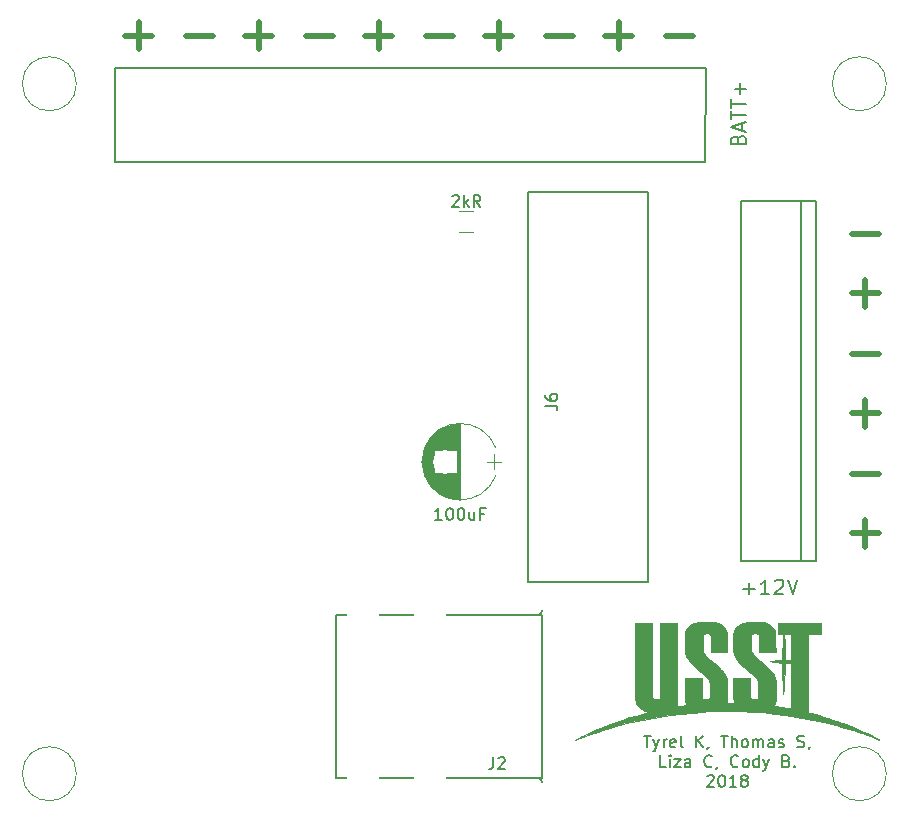
<source format=gbr>
G04 #@! TF.FileFunction,Legend,Top*
%FSLAX46Y46*%
G04 Gerber Fmt 4.6, Leading zero omitted, Abs format (unit mm)*
G04 Created by KiCad (PCBNEW 4.0.7) date 05/16/18 04:16:24*
%MOMM*%
%LPD*%
G01*
G04 APERTURE LIST*
%ADD10C,0.100000*%
%ADD11C,0.170000*%
%ADD12C,0.500000*%
%ADD13C,0.120000*%
%ADD14C,0.010000*%
%ADD15C,0.150000*%
%ADD16C,0.200000*%
%ADD17C,3.600000*%
%ADD18R,2.000000X2.000000*%
%ADD19C,2.000000*%
%ADD20C,2.800000*%
%ADD21C,1.400000*%
%ADD22R,3.400000X3.400000*%
%ADD23C,3.400000*%
%ADD24C,3.200000*%
%ADD25R,1.400000X1.924000*%
%ADD26R,1.900000X1.700000*%
G04 APERTURE END LIST*
D10*
D11*
X139232571Y-126306381D02*
X139804000Y-126306381D01*
X139518285Y-127306381D02*
X139518285Y-126306381D01*
X140042095Y-126639714D02*
X140280190Y-127306381D01*
X140518286Y-126639714D02*
X140280190Y-127306381D01*
X140184952Y-127544476D01*
X140137333Y-127592095D01*
X140042095Y-127639714D01*
X140899238Y-127306381D02*
X140899238Y-126639714D01*
X140899238Y-126830190D02*
X140946857Y-126734952D01*
X140994476Y-126687333D01*
X141089714Y-126639714D01*
X141184953Y-126639714D01*
X141899239Y-127258762D02*
X141804001Y-127306381D01*
X141613524Y-127306381D01*
X141518286Y-127258762D01*
X141470667Y-127163524D01*
X141470667Y-126782571D01*
X141518286Y-126687333D01*
X141613524Y-126639714D01*
X141804001Y-126639714D01*
X141899239Y-126687333D01*
X141946858Y-126782571D01*
X141946858Y-126877810D01*
X141470667Y-126973048D01*
X142518286Y-127306381D02*
X142423048Y-127258762D01*
X142375429Y-127163524D01*
X142375429Y-126306381D01*
X143661144Y-127306381D02*
X143661144Y-126306381D01*
X144232573Y-127306381D02*
X143804001Y-126734952D01*
X144232573Y-126306381D02*
X143661144Y-126877810D01*
X144708763Y-127258762D02*
X144708763Y-127306381D01*
X144661144Y-127401619D01*
X144613525Y-127449238D01*
X145756382Y-126306381D02*
X146327811Y-126306381D01*
X146042096Y-127306381D02*
X146042096Y-126306381D01*
X146661144Y-127306381D02*
X146661144Y-126306381D01*
X147089716Y-127306381D02*
X147089716Y-126782571D01*
X147042097Y-126687333D01*
X146946859Y-126639714D01*
X146804001Y-126639714D01*
X146708763Y-126687333D01*
X146661144Y-126734952D01*
X147708763Y-127306381D02*
X147613525Y-127258762D01*
X147565906Y-127211143D01*
X147518287Y-127115905D01*
X147518287Y-126830190D01*
X147565906Y-126734952D01*
X147613525Y-126687333D01*
X147708763Y-126639714D01*
X147851621Y-126639714D01*
X147946859Y-126687333D01*
X147994478Y-126734952D01*
X148042097Y-126830190D01*
X148042097Y-127115905D01*
X147994478Y-127211143D01*
X147946859Y-127258762D01*
X147851621Y-127306381D01*
X147708763Y-127306381D01*
X148470668Y-127306381D02*
X148470668Y-126639714D01*
X148470668Y-126734952D02*
X148518287Y-126687333D01*
X148613525Y-126639714D01*
X148756383Y-126639714D01*
X148851621Y-126687333D01*
X148899240Y-126782571D01*
X148899240Y-127306381D01*
X148899240Y-126782571D02*
X148946859Y-126687333D01*
X149042097Y-126639714D01*
X149184954Y-126639714D01*
X149280192Y-126687333D01*
X149327811Y-126782571D01*
X149327811Y-127306381D01*
X150232573Y-127306381D02*
X150232573Y-126782571D01*
X150184954Y-126687333D01*
X150089716Y-126639714D01*
X149899239Y-126639714D01*
X149804001Y-126687333D01*
X150232573Y-127258762D02*
X150137335Y-127306381D01*
X149899239Y-127306381D01*
X149804001Y-127258762D01*
X149756382Y-127163524D01*
X149756382Y-127068286D01*
X149804001Y-126973048D01*
X149899239Y-126925429D01*
X150137335Y-126925429D01*
X150232573Y-126877810D01*
X150661144Y-127258762D02*
X150756382Y-127306381D01*
X150946858Y-127306381D01*
X151042097Y-127258762D01*
X151089716Y-127163524D01*
X151089716Y-127115905D01*
X151042097Y-127020667D01*
X150946858Y-126973048D01*
X150804001Y-126973048D01*
X150708763Y-126925429D01*
X150661144Y-126830190D01*
X150661144Y-126782571D01*
X150708763Y-126687333D01*
X150804001Y-126639714D01*
X150946858Y-126639714D01*
X151042097Y-126687333D01*
X152232573Y-127258762D02*
X152375430Y-127306381D01*
X152613526Y-127306381D01*
X152708764Y-127258762D01*
X152756383Y-127211143D01*
X152804002Y-127115905D01*
X152804002Y-127020667D01*
X152756383Y-126925429D01*
X152708764Y-126877810D01*
X152613526Y-126830190D01*
X152423049Y-126782571D01*
X152327811Y-126734952D01*
X152280192Y-126687333D01*
X152232573Y-126592095D01*
X152232573Y-126496857D01*
X152280192Y-126401619D01*
X152327811Y-126354000D01*
X152423049Y-126306381D01*
X152661145Y-126306381D01*
X152804002Y-126354000D01*
X153280192Y-127258762D02*
X153280192Y-127306381D01*
X153232573Y-127401619D01*
X153184954Y-127449238D01*
X141113524Y-128976381D02*
X140637333Y-128976381D01*
X140637333Y-127976381D01*
X141446857Y-128976381D02*
X141446857Y-128309714D01*
X141446857Y-127976381D02*
X141399238Y-128024000D01*
X141446857Y-128071619D01*
X141494476Y-128024000D01*
X141446857Y-127976381D01*
X141446857Y-128071619D01*
X141827809Y-128309714D02*
X142351619Y-128309714D01*
X141827809Y-128976381D01*
X142351619Y-128976381D01*
X143161143Y-128976381D02*
X143161143Y-128452571D01*
X143113524Y-128357333D01*
X143018286Y-128309714D01*
X142827809Y-128309714D01*
X142732571Y-128357333D01*
X143161143Y-128928762D02*
X143065905Y-128976381D01*
X142827809Y-128976381D01*
X142732571Y-128928762D01*
X142684952Y-128833524D01*
X142684952Y-128738286D01*
X142732571Y-128643048D01*
X142827809Y-128595429D01*
X143065905Y-128595429D01*
X143161143Y-128547810D01*
X144970667Y-128881143D02*
X144923048Y-128928762D01*
X144780191Y-128976381D01*
X144684953Y-128976381D01*
X144542095Y-128928762D01*
X144446857Y-128833524D01*
X144399238Y-128738286D01*
X144351619Y-128547810D01*
X144351619Y-128404952D01*
X144399238Y-128214476D01*
X144446857Y-128119238D01*
X144542095Y-128024000D01*
X144684953Y-127976381D01*
X144780191Y-127976381D01*
X144923048Y-128024000D01*
X144970667Y-128071619D01*
X145446857Y-128928762D02*
X145446857Y-128976381D01*
X145399238Y-129071619D01*
X145351619Y-129119238D01*
X147208762Y-128881143D02*
X147161143Y-128928762D01*
X147018286Y-128976381D01*
X146923048Y-128976381D01*
X146780190Y-128928762D01*
X146684952Y-128833524D01*
X146637333Y-128738286D01*
X146589714Y-128547810D01*
X146589714Y-128404952D01*
X146637333Y-128214476D01*
X146684952Y-128119238D01*
X146780190Y-128024000D01*
X146923048Y-127976381D01*
X147018286Y-127976381D01*
X147161143Y-128024000D01*
X147208762Y-128071619D01*
X147780190Y-128976381D02*
X147684952Y-128928762D01*
X147637333Y-128881143D01*
X147589714Y-128785905D01*
X147589714Y-128500190D01*
X147637333Y-128404952D01*
X147684952Y-128357333D01*
X147780190Y-128309714D01*
X147923048Y-128309714D01*
X148018286Y-128357333D01*
X148065905Y-128404952D01*
X148113524Y-128500190D01*
X148113524Y-128785905D01*
X148065905Y-128881143D01*
X148018286Y-128928762D01*
X147923048Y-128976381D01*
X147780190Y-128976381D01*
X148970667Y-128976381D02*
X148970667Y-127976381D01*
X148970667Y-128928762D02*
X148875429Y-128976381D01*
X148684952Y-128976381D01*
X148589714Y-128928762D01*
X148542095Y-128881143D01*
X148494476Y-128785905D01*
X148494476Y-128500190D01*
X148542095Y-128404952D01*
X148589714Y-128357333D01*
X148684952Y-128309714D01*
X148875429Y-128309714D01*
X148970667Y-128357333D01*
X149351619Y-128309714D02*
X149589714Y-128976381D01*
X149827810Y-128309714D02*
X149589714Y-128976381D01*
X149494476Y-129214476D01*
X149446857Y-129262095D01*
X149351619Y-129309714D01*
X151304001Y-128452571D02*
X151446858Y-128500190D01*
X151494477Y-128547810D01*
X151542096Y-128643048D01*
X151542096Y-128785905D01*
X151494477Y-128881143D01*
X151446858Y-128928762D01*
X151351620Y-128976381D01*
X150970667Y-128976381D01*
X150970667Y-127976381D01*
X151304001Y-127976381D01*
X151399239Y-128024000D01*
X151446858Y-128071619D01*
X151494477Y-128166857D01*
X151494477Y-128262095D01*
X151446858Y-128357333D01*
X151399239Y-128404952D01*
X151304001Y-128452571D01*
X150970667Y-128452571D01*
X151970667Y-128881143D02*
X152018286Y-128928762D01*
X151970667Y-128976381D01*
X151923048Y-128928762D01*
X151970667Y-128881143D01*
X151970667Y-128976381D01*
X144589714Y-129741619D02*
X144637333Y-129694000D01*
X144732571Y-129646381D01*
X144970667Y-129646381D01*
X145065905Y-129694000D01*
X145113524Y-129741619D01*
X145161143Y-129836857D01*
X145161143Y-129932095D01*
X145113524Y-130074952D01*
X144542095Y-130646381D01*
X145161143Y-130646381D01*
X145780190Y-129646381D02*
X145875429Y-129646381D01*
X145970667Y-129694000D01*
X146018286Y-129741619D01*
X146065905Y-129836857D01*
X146113524Y-130027333D01*
X146113524Y-130265429D01*
X146065905Y-130455905D01*
X146018286Y-130551143D01*
X145970667Y-130598762D01*
X145875429Y-130646381D01*
X145780190Y-130646381D01*
X145684952Y-130598762D01*
X145637333Y-130551143D01*
X145589714Y-130455905D01*
X145542095Y-130265429D01*
X145542095Y-130027333D01*
X145589714Y-129836857D01*
X145637333Y-129741619D01*
X145684952Y-129694000D01*
X145780190Y-129646381D01*
X147065905Y-130646381D02*
X146494476Y-130646381D01*
X146780190Y-130646381D02*
X146780190Y-129646381D01*
X146684952Y-129789238D01*
X146589714Y-129884476D01*
X146494476Y-129932095D01*
X147637333Y-130074952D02*
X147542095Y-130027333D01*
X147494476Y-129979714D01*
X147446857Y-129884476D01*
X147446857Y-129836857D01*
X147494476Y-129741619D01*
X147542095Y-129694000D01*
X147637333Y-129646381D01*
X147827810Y-129646381D01*
X147923048Y-129694000D01*
X147970667Y-129741619D01*
X148018286Y-129836857D01*
X148018286Y-129884476D01*
X147970667Y-129979714D01*
X147923048Y-130027333D01*
X147827810Y-130074952D01*
X147637333Y-130074952D01*
X147542095Y-130122571D01*
X147494476Y-130170190D01*
X147446857Y-130265429D01*
X147446857Y-130455905D01*
X147494476Y-130551143D01*
X147542095Y-130598762D01*
X147637333Y-130646381D01*
X147827810Y-130646381D01*
X147923048Y-130598762D01*
X147970667Y-130551143D01*
X148018286Y-130455905D01*
X148018286Y-130265429D01*
X147970667Y-130170190D01*
X147923048Y-130122571D01*
X147827810Y-130074952D01*
D12*
X96480286Y-65913143D02*
X96480286Y-68198857D01*
X97623143Y-67056000D02*
X95337429Y-67056000D01*
X100457143Y-67055714D02*
X102742857Y-67055714D01*
X106640286Y-65913143D02*
X106640286Y-68198857D01*
X107783143Y-67056000D02*
X105497429Y-67056000D01*
X141097143Y-67055714D02*
X143382857Y-67055714D01*
X120777143Y-67055714D02*
X123062857Y-67055714D01*
X130937143Y-67055714D02*
X133222857Y-67055714D01*
X137120286Y-65913143D02*
X137120286Y-68198857D01*
X138263143Y-67056000D02*
X135977429Y-67056000D01*
X126960286Y-65913143D02*
X126960286Y-68198857D01*
X128103143Y-67056000D02*
X125817429Y-67056000D01*
X110617143Y-67055714D02*
X112902857Y-67055714D01*
X116800286Y-65913143D02*
X116800286Y-68198857D01*
X117943143Y-67056000D02*
X115657429Y-67056000D01*
X159130857Y-83820286D02*
X156845143Y-83820286D01*
X159130857Y-93980286D02*
X156845143Y-93980286D01*
X159130857Y-104140286D02*
X156845143Y-104140286D01*
X159130857Y-109180286D02*
X156845143Y-109180286D01*
X157988000Y-110323143D02*
X157988000Y-108037429D01*
X159130857Y-99020286D02*
X156845143Y-99020286D01*
X157988000Y-100163143D02*
X157988000Y-97877429D01*
X159130857Y-88860286D02*
X156845143Y-88860286D01*
X157988000Y-90003143D02*
X157988000Y-87717429D01*
D13*
X91186000Y-129540000D02*
G75*
G03X91186000Y-129540000I-2286000J0D01*
G01*
X91186000Y-71120000D02*
G75*
G03X91186000Y-71120000I-2286000J0D01*
G01*
X159766000Y-129540000D02*
G75*
G03X159766000Y-129540000I-2286000J0D01*
G01*
D14*
G36*
X144623861Y-116665918D02*
X144773238Y-116670198D01*
X144902197Y-116676541D01*
X145015675Y-116685496D01*
X145118609Y-116697610D01*
X145215934Y-116713430D01*
X145312588Y-116733503D01*
X145380073Y-116749767D01*
X145558338Y-116804100D01*
X145715329Y-116871876D01*
X145851583Y-116953518D01*
X145967634Y-117049452D01*
X146064019Y-117160101D01*
X146141274Y-117285890D01*
X146185861Y-117387419D01*
X146201393Y-117429898D01*
X146214778Y-117470099D01*
X146226176Y-117510224D01*
X146235744Y-117552476D01*
X146243643Y-117599054D01*
X146250031Y-117652161D01*
X146255067Y-117713997D01*
X146258911Y-117786765D01*
X146261722Y-117872665D01*
X146263658Y-117973900D01*
X146264879Y-118092669D01*
X146265544Y-118231176D01*
X146265812Y-118391621D01*
X146265848Y-118494175D01*
X146265900Y-119253000D01*
X144894300Y-119253000D01*
X144894300Y-118544490D01*
X144894299Y-117835981D01*
X144865725Y-117779315D01*
X144825936Y-117728127D01*
X144765739Y-117690129D01*
X144686691Y-117665759D01*
X144590349Y-117655451D01*
X144478271Y-117659644D01*
X144449822Y-117662780D01*
X144370394Y-117675974D01*
X144311349Y-117694632D01*
X144267865Y-117721068D01*
X144235121Y-117757594D01*
X144227550Y-117769397D01*
X144221837Y-117779702D01*
X144217052Y-117791497D01*
X144213111Y-117806986D01*
X144209933Y-117828372D01*
X144207436Y-117857857D01*
X144205539Y-117897644D01*
X144204158Y-117949936D01*
X144203213Y-118016936D01*
X144202622Y-118100846D01*
X144202302Y-118203870D01*
X144202172Y-118328211D01*
X144202150Y-118452900D01*
X144202186Y-118605291D01*
X144202456Y-118734619D01*
X144203199Y-118843217D01*
X144204654Y-118933423D01*
X144207059Y-119007571D01*
X144210655Y-119067997D01*
X144215681Y-119117037D01*
X144222376Y-119157027D01*
X144230980Y-119190302D01*
X144241730Y-119219197D01*
X144254868Y-119246049D01*
X144270632Y-119273193D01*
X144289239Y-119302929D01*
X144311739Y-119337249D01*
X144335924Y-119371081D01*
X144363267Y-119405845D01*
X144395242Y-119442959D01*
X144433321Y-119483845D01*
X144478979Y-119529922D01*
X144533687Y-119582609D01*
X144598920Y-119643328D01*
X144676151Y-119713496D01*
X144766853Y-119794534D01*
X144872498Y-119887863D01*
X144994561Y-119994901D01*
X145129250Y-120112479D01*
X145300895Y-120263852D01*
X145453200Y-120402087D01*
X145587564Y-120528711D01*
X145705385Y-120645250D01*
X145808061Y-120753232D01*
X145896991Y-120854184D01*
X145973573Y-120949633D01*
X146039206Y-121041107D01*
X146095289Y-121130131D01*
X146143219Y-121218233D01*
X146144856Y-121221500D01*
X146179427Y-121294424D01*
X146209337Y-121366705D01*
X146234866Y-121440659D01*
X146256296Y-121518600D01*
X146273907Y-121602842D01*
X146287978Y-121695702D01*
X146298791Y-121799493D01*
X146306626Y-121916531D01*
X146311763Y-122049130D01*
X146314484Y-122199606D01*
X146315067Y-122370273D01*
X146313795Y-122563445D01*
X146313268Y-122611462D01*
X146311253Y-122761539D01*
X146308849Y-122889028D01*
X146305831Y-122996744D01*
X146301976Y-123087500D01*
X146297058Y-123164108D01*
X146290853Y-123229381D01*
X146283138Y-123286132D01*
X146273687Y-123337175D01*
X146262278Y-123385322D01*
X146248684Y-123433385D01*
X146247393Y-123437650D01*
X146236405Y-123475378D01*
X146229343Y-123502724D01*
X146227937Y-123510675D01*
X146240044Y-123513227D01*
X146274222Y-123515520D01*
X146327143Y-123517460D01*
X146395478Y-123518950D01*
X146475900Y-123519895D01*
X146558855Y-123520200D01*
X146659112Y-123520104D01*
X146736752Y-123519690D01*
X146794556Y-123518767D01*
X146835309Y-123517144D01*
X146861791Y-123514630D01*
X146876786Y-123511034D01*
X146883077Y-123506166D01*
X146883444Y-123499834D01*
X146882929Y-123497975D01*
X146859048Y-123411744D01*
X146837101Y-123314118D01*
X146819797Y-123218050D01*
X146811855Y-123158250D01*
X146809703Y-123125237D01*
X146807666Y-123069387D01*
X146805778Y-122993262D01*
X146804075Y-122899426D01*
X146802590Y-122790441D01*
X146801358Y-122668869D01*
X146800414Y-122537274D01*
X146799791Y-122398217D01*
X146799525Y-122254263D01*
X146799520Y-122240675D01*
X146799300Y-121437400D01*
X148233867Y-121437400D01*
X148237308Y-122272425D01*
X148237925Y-122443190D01*
X148238430Y-122590411D01*
X148239066Y-122715940D01*
X148240080Y-122821630D01*
X148241715Y-122909335D01*
X148244216Y-122980907D01*
X148247827Y-123038199D01*
X148252795Y-123083065D01*
X148259362Y-123117356D01*
X148267774Y-123142926D01*
X148278276Y-123161629D01*
X148291112Y-123175316D01*
X148306527Y-123185841D01*
X148324766Y-123195056D01*
X148346072Y-123204816D01*
X148361400Y-123212187D01*
X148394169Y-123227547D01*
X148423606Y-123237624D01*
X148456487Y-123243515D01*
X148499589Y-123246317D01*
X148559688Y-123247129D01*
X148577300Y-123247150D01*
X148668316Y-123244517D01*
X148739420Y-123235634D01*
X148795645Y-123219021D01*
X148842028Y-123193201D01*
X148882935Y-123157381D01*
X148926550Y-123112377D01*
X148926550Y-121773950D01*
X148881034Y-121678700D01*
X148855322Y-121628737D01*
X148825552Y-121579018D01*
X148790263Y-121528045D01*
X148747991Y-121474324D01*
X148697273Y-121416357D01*
X148636646Y-121352648D01*
X148564647Y-121281702D01*
X148479813Y-121202022D01*
X148380681Y-121112112D01*
X148265788Y-121010476D01*
X148133672Y-120895618D01*
X148018221Y-120796314D01*
X147843288Y-120644659D01*
X147688153Y-120506442D01*
X147551745Y-120380620D01*
X147432993Y-120266152D01*
X147330828Y-120161993D01*
X147244179Y-120067102D01*
X147171975Y-119980436D01*
X147146400Y-119947174D01*
X147070521Y-119837769D01*
X146999619Y-119720135D01*
X146937673Y-119601585D01*
X146888659Y-119489434D01*
X146871359Y-119441430D01*
X146858181Y-119400359D01*
X146846886Y-119361138D01*
X146837331Y-119321498D01*
X146829372Y-119279168D01*
X146822868Y-119231878D01*
X146817676Y-119177356D01*
X146813653Y-119113334D01*
X146810656Y-119037539D01*
X146808544Y-118947703D01*
X146807173Y-118841554D01*
X146806401Y-118716823D01*
X146806086Y-118571238D01*
X146806084Y-118402529D01*
X146806084Y-118402100D01*
X146806518Y-117671850D01*
X146840193Y-117548357D01*
X146894450Y-117392598D01*
X146968036Y-117253089D01*
X147061385Y-117129299D01*
X147174929Y-117020701D01*
X147309104Y-116926764D01*
X147383500Y-116885419D01*
X147476713Y-116841242D01*
X147574262Y-116803065D01*
X147680312Y-116769729D01*
X147799026Y-116740075D01*
X147934567Y-116712944D01*
X148091099Y-116687177D01*
X148101050Y-116685679D01*
X148162858Y-116678976D01*
X148245543Y-116673802D01*
X148344630Y-116670128D01*
X148455643Y-116667931D01*
X148574105Y-116667183D01*
X148695542Y-116667858D01*
X148815478Y-116669931D01*
X148929438Y-116673375D01*
X149032946Y-116678164D01*
X149121525Y-116684273D01*
X149190702Y-116691675D01*
X149193250Y-116692033D01*
X149401636Y-116728870D01*
X149587829Y-116777160D01*
X149752514Y-116837321D01*
X149896377Y-116909772D01*
X150020104Y-116994935D01*
X150124380Y-117093227D01*
X150209890Y-117205069D01*
X150277321Y-117330880D01*
X150291149Y-117363849D01*
X150306815Y-117403473D01*
X150320325Y-117439470D01*
X150331852Y-117474003D01*
X150341568Y-117509236D01*
X150349643Y-117547335D01*
X150356250Y-117590463D01*
X150361560Y-117640785D01*
X150365745Y-117700465D01*
X150368977Y-117771667D01*
X150371427Y-117856555D01*
X150373267Y-117957293D01*
X150374669Y-118076047D01*
X150375805Y-118214980D01*
X150376845Y-118376256D01*
X150377286Y-118449724D01*
X150382087Y-119252999D01*
X149695593Y-119252999D01*
X149009100Y-119253000D01*
X149009100Y-118545809D01*
X149009075Y-118393786D01*
X149008951Y-118265043D01*
X149008657Y-118157458D01*
X149008117Y-118068913D01*
X149007259Y-117997285D01*
X149006009Y-117940455D01*
X149004295Y-117896302D01*
X149002043Y-117862706D01*
X148999180Y-117837546D01*
X148995633Y-117818701D01*
X148991328Y-117804052D01*
X148986193Y-117791478D01*
X148982798Y-117784288D01*
X148952698Y-117737906D01*
X148911303Y-117704243D01*
X148854137Y-117680741D01*
X148776723Y-117664840D01*
X148772870Y-117664287D01*
X148655425Y-117655299D01*
X148548602Y-117662394D01*
X148456610Y-117685188D01*
X148431639Y-117695437D01*
X148407199Y-117706367D01*
X148386494Y-117716355D01*
X148369217Y-117727479D01*
X148355058Y-117741814D01*
X148343707Y-117761437D01*
X148334857Y-117788423D01*
X148328197Y-117824849D01*
X148323418Y-117872790D01*
X148320211Y-117934324D01*
X148318267Y-118011525D01*
X148317277Y-118106471D01*
X148316932Y-118221237D01*
X148316922Y-118357899D01*
X148316950Y-118465600D01*
X148316967Y-118611175D01*
X148317080Y-118733618D01*
X148317378Y-118835199D01*
X148317953Y-118918185D01*
X148318894Y-118984845D01*
X148320293Y-119037448D01*
X148322239Y-119078263D01*
X148324823Y-119109557D01*
X148328135Y-119133599D01*
X148332267Y-119152658D01*
X148337308Y-119169003D01*
X148343348Y-119184901D01*
X148345883Y-119191193D01*
X148368006Y-119237500D01*
X148399261Y-119292660D01*
X148433239Y-119345436D01*
X148436394Y-119349943D01*
X148456658Y-119378239D01*
X148476750Y-119405044D01*
X148498046Y-119431645D01*
X148521926Y-119459332D01*
X148549769Y-119489395D01*
X148582953Y-119523123D01*
X148622857Y-119561805D01*
X148670860Y-119606730D01*
X148728340Y-119659188D01*
X148796677Y-119720467D01*
X148877248Y-119791858D01*
X148971432Y-119874650D01*
X149080609Y-119970131D01*
X149206156Y-120079591D01*
X149349453Y-120204319D01*
X149357644Y-120211445D01*
X149432331Y-120277800D01*
X149517803Y-120355992D01*
X149607190Y-120439595D01*
X149693625Y-120522184D01*
X149770238Y-120597333D01*
X149771702Y-120598795D01*
X149912431Y-120745061D01*
X150032201Y-120882502D01*
X150132640Y-121013908D01*
X150215376Y-121142070D01*
X150282040Y-121269779D01*
X150334259Y-121399826D01*
X150373663Y-121535001D01*
X150401880Y-121678096D01*
X150401974Y-121678700D01*
X150407300Y-121715645D01*
X150411748Y-121754106D01*
X150415397Y-121796679D01*
X150418322Y-121845960D01*
X150420600Y-121904544D01*
X150422308Y-121975028D01*
X150423521Y-122060005D01*
X150424316Y-122162073D01*
X150424770Y-122283827D01*
X150424958Y-122427863D01*
X150424971Y-122459750D01*
X150424825Y-122623900D01*
X150424179Y-122765079D01*
X150422869Y-122885711D01*
X150420732Y-122988223D01*
X150417605Y-123075041D01*
X150413325Y-123148589D01*
X150407728Y-123211295D01*
X150400651Y-123265583D01*
X150391931Y-123313880D01*
X150381404Y-123358611D01*
X150368908Y-123402202D01*
X150359578Y-123431300D01*
X150309704Y-123553959D01*
X150240016Y-123678596D01*
X150212183Y-123721117D01*
X150192122Y-123752500D01*
X150180605Y-123773988D01*
X150179450Y-123779537D01*
X150192735Y-123782239D01*
X150227613Y-123787889D01*
X150280519Y-123795950D01*
X150347889Y-123805885D01*
X150426155Y-123817156D01*
X150475950Y-123824209D01*
X150564159Y-123837103D01*
X150671244Y-123853525D01*
X150791084Y-123872492D01*
X150917558Y-123893017D01*
X151044545Y-123914117D01*
X151165925Y-123934806D01*
X151198204Y-123940414D01*
X151300049Y-123958105D01*
X151394300Y-123974312D01*
X151477944Y-123988529D01*
X151547970Y-124000251D01*
X151601364Y-124008973D01*
X151635115Y-124014189D01*
X151645879Y-124015500D01*
X151648261Y-124012482D01*
X151650425Y-124002689D01*
X151652379Y-123985015D01*
X151654135Y-123958350D01*
X151655701Y-123921588D01*
X151657088Y-123873620D01*
X151658306Y-123813339D01*
X151659365Y-123739637D01*
X151660275Y-123651407D01*
X151661045Y-123547540D01*
X151661686Y-123426929D01*
X151662209Y-123288466D01*
X151662622Y-123131043D01*
X151662935Y-122953553D01*
X151663160Y-122754888D01*
X151663305Y-122533939D01*
X151663382Y-122289601D01*
X151663400Y-122072717D01*
X151663399Y-120129935D01*
X151628475Y-120135555D01*
X151603623Y-120138980D01*
X151559079Y-120144571D01*
X151500392Y-120151651D01*
X151433110Y-120159544D01*
X151406429Y-120162617D01*
X151219308Y-120184059D01*
X151213019Y-120223354D01*
X151211203Y-120242488D01*
X151208033Y-120284785D01*
X151203650Y-120348054D01*
X151198195Y-120430103D01*
X151191809Y-120528739D01*
X151184633Y-120641769D01*
X151176809Y-120767003D01*
X151168477Y-120902248D01*
X151159780Y-121045311D01*
X151155289Y-121119900D01*
X151139713Y-121377873D01*
X151125423Y-121611156D01*
X151112372Y-121820423D01*
X151100512Y-122006350D01*
X151089796Y-122169610D01*
X151080176Y-122310880D01*
X151071604Y-122430833D01*
X151064033Y-122530144D01*
X151057416Y-122609489D01*
X151051706Y-122669541D01*
X151046854Y-122710975D01*
X151042813Y-122734467D01*
X151041345Y-122739150D01*
X151034420Y-122749514D01*
X151030646Y-122739182D01*
X151029136Y-122707400D01*
X151028043Y-122675102D01*
X151025669Y-122623288D01*
X151022306Y-122557791D01*
X151018250Y-122484446D01*
X151015701Y-122440700D01*
X151012495Y-122383270D01*
X151008224Y-122301005D01*
X151002912Y-122194448D01*
X150996586Y-122064140D01*
X150989270Y-121910623D01*
X150980990Y-121734439D01*
X150971771Y-121536129D01*
X150961638Y-121316237D01*
X150950618Y-121075302D01*
X150938735Y-120813869D01*
X150926015Y-120532477D01*
X150918683Y-120369667D01*
X150910358Y-120184584D01*
X150426454Y-120104106D01*
X150318623Y-120086007D01*
X150218660Y-120068911D01*
X150129339Y-120053315D01*
X150053432Y-120039718D01*
X149993710Y-120028618D01*
X149952948Y-120020512D01*
X149933917Y-120015900D01*
X149932955Y-120015434D01*
X149942098Y-120011489D01*
X149973883Y-120005091D01*
X150025709Y-119996595D01*
X150094975Y-119986353D01*
X150179077Y-119974720D01*
X150275415Y-119962049D01*
X150381386Y-119948693D01*
X150494388Y-119935005D01*
X150611821Y-119921340D01*
X150690395Y-119912516D01*
X150761313Y-119904393D01*
X150822998Y-119896801D01*
X150871202Y-119890305D01*
X150901680Y-119885471D01*
X150910404Y-119883228D01*
X150912232Y-119869830D01*
X150915348Y-119833522D01*
X150919589Y-119776756D01*
X150924787Y-119701981D01*
X150930779Y-119611647D01*
X150937397Y-119508204D01*
X150944477Y-119394101D01*
X150951853Y-119271788D01*
X150952892Y-119254283D01*
X150961341Y-119112259D01*
X150970313Y-118962574D01*
X150979499Y-118810279D01*
X150988593Y-118660428D01*
X150997287Y-118518074D01*
X151005275Y-118388268D01*
X151012250Y-118276063D01*
X151015458Y-118225025D01*
X151021758Y-118123915D01*
X151027497Y-118029153D01*
X151032477Y-117944197D01*
X151036503Y-117872505D01*
X151039377Y-117817536D01*
X151040903Y-117782747D01*
X151041100Y-117774074D01*
X151041100Y-117729000D01*
X151126069Y-117729000D01*
X151134366Y-117954425D01*
X151138288Y-118057501D01*
X151142996Y-118175365D01*
X151148358Y-118305147D01*
X151154244Y-118443980D01*
X151160523Y-118588996D01*
X151167063Y-118737325D01*
X151173735Y-118886101D01*
X151180407Y-119032454D01*
X151186950Y-119173516D01*
X151193231Y-119306420D01*
X151199120Y-119428296D01*
X151204487Y-119536278D01*
X151209200Y-119627496D01*
X151213129Y-119699082D01*
X151216144Y-119748168D01*
X151216153Y-119748300D01*
X151225250Y-119881650D01*
X151415750Y-119915245D01*
X151484426Y-119927119D01*
X151546051Y-119937334D01*
X151595437Y-119945063D01*
X151627399Y-119949479D01*
X151634825Y-119950170D01*
X151663400Y-119951500D01*
X151663400Y-117729000D01*
X151126069Y-117729000D01*
X151041100Y-117729000D01*
X150571200Y-117729000D01*
X150571200Y-116738400D01*
X154241500Y-116738400D01*
X154241500Y-117728724D01*
X153168350Y-117735350D01*
X153161952Y-124357408D01*
X153209601Y-124369879D01*
X153244431Y-124378859D01*
X153294526Y-124391608D01*
X153350507Y-124405743D01*
X153365200Y-124409433D01*
X153705891Y-124498528D01*
X154064247Y-124599077D01*
X154436022Y-124709683D01*
X154816970Y-124828948D01*
X155202847Y-124955478D01*
X155589406Y-125087874D01*
X155972403Y-125224741D01*
X156347593Y-125364681D01*
X156710730Y-125506297D01*
X156764211Y-125527724D01*
X156974554Y-125613577D01*
X157193766Y-125705433D01*
X157418547Y-125801790D01*
X157645595Y-125901148D01*
X157871612Y-126002007D01*
X158093296Y-126102868D01*
X158307346Y-126202229D01*
X158510463Y-126298591D01*
X158699346Y-126390453D01*
X158870694Y-126476316D01*
X159007294Y-126547279D01*
X159073659Y-126583237D01*
X159125403Y-126612788D01*
X159161021Y-126634905D01*
X159179012Y-126648561D01*
X159177873Y-126652729D01*
X159156101Y-126646382D01*
X159147600Y-126643165D01*
X158813475Y-126515747D01*
X158461445Y-126386115D01*
X158096345Y-126255884D01*
X157723010Y-126126669D01*
X157346276Y-126000085D01*
X156970976Y-125877746D01*
X156601946Y-125761268D01*
X156244021Y-125652264D01*
X155902035Y-125552351D01*
X155769951Y-125515059D01*
X154860390Y-125274197D01*
X153945365Y-125058089D01*
X153025292Y-124866780D01*
X152100583Y-124700314D01*
X151171652Y-124558734D01*
X150238913Y-124442084D01*
X149302780Y-124350408D01*
X148363666Y-124283749D01*
X147421984Y-124242153D01*
X146478149Y-124225661D01*
X145532574Y-124234319D01*
X144585672Y-124268171D01*
X144202150Y-124289043D01*
X143271166Y-124357226D01*
X142342084Y-124450228D01*
X141415974Y-124567865D01*
X140493905Y-124709956D01*
X139576945Y-124876316D01*
X138666165Y-125066763D01*
X137762632Y-125281114D01*
X136867417Y-125519184D01*
X136636035Y-125584980D01*
X136333846Y-125673962D01*
X136018767Y-125770288D01*
X135696108Y-125872203D01*
X135371178Y-125977952D01*
X135049286Y-126085777D01*
X134735741Y-126193924D01*
X134435854Y-126300636D01*
X134154932Y-126404157D01*
X134124700Y-126415545D01*
X133988566Y-126466682D01*
X133863132Y-126513280D01*
X133750102Y-126554735D01*
X133651183Y-126590440D01*
X133568079Y-126619791D01*
X133502495Y-126642183D01*
X133456136Y-126657011D01*
X133430707Y-126663670D01*
X133426200Y-126663426D01*
X133437343Y-126654384D01*
X133469324Y-126635660D01*
X133519966Y-126608319D01*
X133587092Y-126573428D01*
X133668527Y-126532054D01*
X133762095Y-126485265D01*
X133865619Y-126434126D01*
X133976924Y-126379704D01*
X134093833Y-126323066D01*
X134214170Y-126265280D01*
X134335759Y-126207410D01*
X134456424Y-126150526D01*
X134573990Y-126095692D01*
X134686279Y-126043976D01*
X134736520Y-126021092D01*
X135267055Y-125787179D01*
X135807417Y-125562109D01*
X136353984Y-125347162D01*
X136903134Y-125143619D01*
X137451247Y-124952760D01*
X137994700Y-124775866D01*
X138529872Y-124614217D01*
X139053142Y-124469092D01*
X139322175Y-124399873D01*
X139403655Y-124379157D01*
X139476237Y-124360050D01*
X139536507Y-124343505D01*
X139581052Y-124330474D01*
X139606457Y-124321911D01*
X139611100Y-124319257D01*
X139599990Y-124311503D01*
X139570423Y-124298196D01*
X139528046Y-124281800D01*
X139512675Y-124276294D01*
X139415071Y-124238224D01*
X139309121Y-124190557D01*
X139204096Y-124137836D01*
X139109269Y-124084608D01*
X139065000Y-124056880D01*
X138917165Y-123948701D01*
X138791997Y-123832601D01*
X138687238Y-123705555D01*
X138600630Y-123564540D01*
X138529917Y-123406532D01*
X138488981Y-123285250D01*
X138462334Y-123196350D01*
X138458698Y-119967374D01*
X138455062Y-116738399D01*
X139198181Y-116738399D01*
X139941300Y-116738400D01*
X139943285Y-117484525D01*
X139943499Y-117575917D01*
X139943719Y-117690935D01*
X139943945Y-117827808D01*
X139944173Y-117984760D01*
X139944403Y-118160019D01*
X139944632Y-118351812D01*
X139944859Y-118558364D01*
X139945082Y-118777904D01*
X139945299Y-119008657D01*
X139945509Y-119248850D01*
X139945709Y-119496710D01*
X139945898Y-119750464D01*
X139946075Y-120008338D01*
X139946237Y-120268559D01*
X139946383Y-120529354D01*
X139946460Y-120681750D01*
X139946633Y-120929614D01*
X139946905Y-121170803D01*
X139947271Y-121404077D01*
X139947724Y-121628199D01*
X139948258Y-121841931D01*
X139948869Y-122044036D01*
X139949550Y-122233276D01*
X139950295Y-122408412D01*
X139951099Y-122568207D01*
X139951955Y-122711423D01*
X139952858Y-122836822D01*
X139953803Y-122943167D01*
X139954783Y-123029219D01*
X139955793Y-123093742D01*
X139956826Y-123135496D01*
X139957878Y-123153244D01*
X139958012Y-123153716D01*
X139974368Y-123169354D01*
X140007051Y-123189926D01*
X140046912Y-123209995D01*
X140141410Y-123240935D01*
X140241628Y-123253197D01*
X140341569Y-123247199D01*
X140435234Y-123223359D01*
X140516625Y-123182096D01*
X140524294Y-123176713D01*
X140578619Y-123137360D01*
X140576178Y-121299955D01*
X140575878Y-121055239D01*
X140575609Y-120797963D01*
X140575373Y-120531351D01*
X140575170Y-120258627D01*
X140575003Y-119983016D01*
X140574871Y-119707743D01*
X140574777Y-119436031D01*
X140574721Y-119171105D01*
X140574704Y-118916191D01*
X140574728Y-118674512D01*
X140574795Y-118449292D01*
X140574904Y-118243756D01*
X140575018Y-118100475D01*
X140576300Y-116738400D01*
X142075406Y-116738400D01*
X142071345Y-120088025D01*
X142070941Y-120436265D01*
X142070590Y-120760045D01*
X142070269Y-121060304D01*
X142069957Y-121337982D01*
X142069632Y-121594018D01*
X142069271Y-121829353D01*
X142068853Y-122044924D01*
X142068355Y-122241673D01*
X142067756Y-122420539D01*
X142067034Y-122582461D01*
X142066167Y-122728378D01*
X142065133Y-122859231D01*
X142063909Y-122975959D01*
X142062474Y-123079501D01*
X142060806Y-123170798D01*
X142058882Y-123250787D01*
X142056682Y-123320411D01*
X142054182Y-123380607D01*
X142051361Y-123432315D01*
X142048198Y-123476475D01*
X142044669Y-123514026D01*
X142040753Y-123545909D01*
X142036428Y-123573062D01*
X142031672Y-123596426D01*
X142026463Y-123616939D01*
X142020779Y-123635541D01*
X142014598Y-123653172D01*
X142007899Y-123670772D01*
X142000658Y-123689279D01*
X141992854Y-123709635D01*
X141986194Y-123727874D01*
X141969568Y-123777282D01*
X141957871Y-123817190D01*
X141952657Y-123841986D01*
X141953110Y-123847143D01*
X141966928Y-123847141D01*
X142002736Y-123843839D01*
X142057394Y-123837618D01*
X142127760Y-123828861D01*
X142210693Y-123817949D01*
X142303051Y-123805265D01*
X142338102Y-123800324D01*
X142438352Y-123786297D01*
X142535022Y-123773145D01*
X142623964Y-123761402D01*
X142701033Y-123751606D01*
X142762082Y-123744291D01*
X142802966Y-123739994D01*
X142808325Y-123739546D01*
X142852962Y-123735126D01*
X142885653Y-123730035D01*
X142900105Y-123725287D01*
X142900316Y-123724741D01*
X142893756Y-123710129D01*
X142877727Y-123684123D01*
X142874244Y-123678950D01*
X142831639Y-123607869D01*
X142789932Y-123523352D01*
X142754470Y-123436969D01*
X142735273Y-123378226D01*
X142725640Y-123340058D01*
X142717270Y-123297843D01*
X142710081Y-123249657D01*
X142703989Y-123193580D01*
X142698911Y-123127688D01*
X142694765Y-123050058D01*
X142691467Y-122958767D01*
X142688934Y-122851894D01*
X142687084Y-122727516D01*
X142685833Y-122583709D01*
X142685099Y-122418551D01*
X142684798Y-122230121D01*
X142684788Y-122208925D01*
X142684500Y-121437400D01*
X144119600Y-121437400D01*
X144119600Y-122250607D01*
X144119690Y-122420759D01*
X144119985Y-122567246D01*
X144120521Y-122691803D01*
X144121331Y-122796163D01*
X144122451Y-122882062D01*
X144123917Y-122951234D01*
X144125763Y-123005413D01*
X144128024Y-123046334D01*
X144130737Y-123075731D01*
X144133935Y-123095339D01*
X144136923Y-123105275D01*
X144173964Y-123161629D01*
X144231859Y-123205124D01*
X144309196Y-123235129D01*
X144404565Y-123251010D01*
X144467146Y-123253500D01*
X144570305Y-123246466D01*
X144658378Y-123226009D01*
X144729181Y-123193092D01*
X144780524Y-123148681D01*
X144806812Y-123103735D01*
X144809044Y-123085422D01*
X144811117Y-123044289D01*
X144812986Y-122982917D01*
X144814609Y-122903886D01*
X144815943Y-122809778D01*
X144816945Y-122703171D01*
X144817570Y-122586647D01*
X144817776Y-122462786D01*
X144817772Y-122449398D01*
X144817670Y-122307201D01*
X144817462Y-122188027D01*
X144817052Y-122089497D01*
X144816344Y-122009233D01*
X144815240Y-121944859D01*
X144813644Y-121893996D01*
X144811460Y-121854266D01*
X144808592Y-121823291D01*
X144804943Y-121798694D01*
X144800416Y-121778097D01*
X144794915Y-121759123D01*
X144789051Y-121741465D01*
X144768633Y-121688027D01*
X144743404Y-121635046D01*
X144712039Y-121581117D01*
X144673212Y-121524839D01*
X144625598Y-121464807D01*
X144567871Y-121399617D01*
X144498706Y-121327868D01*
X144416776Y-121248155D01*
X144320756Y-121159075D01*
X144209321Y-121059224D01*
X144081145Y-120947200D01*
X143934902Y-120821598D01*
X143859674Y-120757582D01*
X143690614Y-120612248D01*
X143540965Y-120479502D01*
X143409153Y-120357616D01*
X143293608Y-120244863D01*
X143192755Y-120139518D01*
X143105023Y-120039852D01*
X143028840Y-119944140D01*
X142962633Y-119850653D01*
X142904830Y-119757666D01*
X142853859Y-119663452D01*
X142842411Y-119640350D01*
X142806926Y-119565855D01*
X142778184Y-119500238D01*
X142755355Y-119439359D01*
X142737610Y-119379083D01*
X142724121Y-119315271D01*
X142714059Y-119243786D01*
X142706594Y-119160489D01*
X142700899Y-119061245D01*
X142696143Y-118941914D01*
X142694848Y-118903750D01*
X142691877Y-118792667D01*
X142689601Y-118663595D01*
X142688076Y-118523935D01*
X142687359Y-118381088D01*
X142687506Y-118242457D01*
X142688574Y-118115444D01*
X142688734Y-118103650D01*
X142690968Y-117968723D01*
X142693866Y-117855865D01*
X142697933Y-117761742D01*
X142703676Y-117683023D01*
X142711602Y-117616376D01*
X142722218Y-117558470D01*
X142736031Y-117505972D01*
X142753546Y-117455551D01*
X142775271Y-117403874D01*
X142801712Y-117347611D01*
X142804613Y-117341650D01*
X142874464Y-117219666D01*
X142958690Y-117112350D01*
X143059250Y-117018165D01*
X143178101Y-116935575D01*
X143317197Y-116863042D01*
X143478497Y-116799030D01*
X143508459Y-116788820D01*
X143643430Y-116748739D01*
X143784809Y-116716849D01*
X143935814Y-116692796D01*
X144099661Y-116676224D01*
X144279566Y-116666781D01*
X144478746Y-116664110D01*
X144623861Y-116665918D01*
X144623861Y-116665918D01*
G37*
X144623861Y-116665918D02*
X144773238Y-116670198D01*
X144902197Y-116676541D01*
X145015675Y-116685496D01*
X145118609Y-116697610D01*
X145215934Y-116713430D01*
X145312588Y-116733503D01*
X145380073Y-116749767D01*
X145558338Y-116804100D01*
X145715329Y-116871876D01*
X145851583Y-116953518D01*
X145967634Y-117049452D01*
X146064019Y-117160101D01*
X146141274Y-117285890D01*
X146185861Y-117387419D01*
X146201393Y-117429898D01*
X146214778Y-117470099D01*
X146226176Y-117510224D01*
X146235744Y-117552476D01*
X146243643Y-117599054D01*
X146250031Y-117652161D01*
X146255067Y-117713997D01*
X146258911Y-117786765D01*
X146261722Y-117872665D01*
X146263658Y-117973900D01*
X146264879Y-118092669D01*
X146265544Y-118231176D01*
X146265812Y-118391621D01*
X146265848Y-118494175D01*
X146265900Y-119253000D01*
X144894300Y-119253000D01*
X144894300Y-118544490D01*
X144894299Y-117835981D01*
X144865725Y-117779315D01*
X144825936Y-117728127D01*
X144765739Y-117690129D01*
X144686691Y-117665759D01*
X144590349Y-117655451D01*
X144478271Y-117659644D01*
X144449822Y-117662780D01*
X144370394Y-117675974D01*
X144311349Y-117694632D01*
X144267865Y-117721068D01*
X144235121Y-117757594D01*
X144227550Y-117769397D01*
X144221837Y-117779702D01*
X144217052Y-117791497D01*
X144213111Y-117806986D01*
X144209933Y-117828372D01*
X144207436Y-117857857D01*
X144205539Y-117897644D01*
X144204158Y-117949936D01*
X144203213Y-118016936D01*
X144202622Y-118100846D01*
X144202302Y-118203870D01*
X144202172Y-118328211D01*
X144202150Y-118452900D01*
X144202186Y-118605291D01*
X144202456Y-118734619D01*
X144203199Y-118843217D01*
X144204654Y-118933423D01*
X144207059Y-119007571D01*
X144210655Y-119067997D01*
X144215681Y-119117037D01*
X144222376Y-119157027D01*
X144230980Y-119190302D01*
X144241730Y-119219197D01*
X144254868Y-119246049D01*
X144270632Y-119273193D01*
X144289239Y-119302929D01*
X144311739Y-119337249D01*
X144335924Y-119371081D01*
X144363267Y-119405845D01*
X144395242Y-119442959D01*
X144433321Y-119483845D01*
X144478979Y-119529922D01*
X144533687Y-119582609D01*
X144598920Y-119643328D01*
X144676151Y-119713496D01*
X144766853Y-119794534D01*
X144872498Y-119887863D01*
X144994561Y-119994901D01*
X145129250Y-120112479D01*
X145300895Y-120263852D01*
X145453200Y-120402087D01*
X145587564Y-120528711D01*
X145705385Y-120645250D01*
X145808061Y-120753232D01*
X145896991Y-120854184D01*
X145973573Y-120949633D01*
X146039206Y-121041107D01*
X146095289Y-121130131D01*
X146143219Y-121218233D01*
X146144856Y-121221500D01*
X146179427Y-121294424D01*
X146209337Y-121366705D01*
X146234866Y-121440659D01*
X146256296Y-121518600D01*
X146273907Y-121602842D01*
X146287978Y-121695702D01*
X146298791Y-121799493D01*
X146306626Y-121916531D01*
X146311763Y-122049130D01*
X146314484Y-122199606D01*
X146315067Y-122370273D01*
X146313795Y-122563445D01*
X146313268Y-122611462D01*
X146311253Y-122761539D01*
X146308849Y-122889028D01*
X146305831Y-122996744D01*
X146301976Y-123087500D01*
X146297058Y-123164108D01*
X146290853Y-123229381D01*
X146283138Y-123286132D01*
X146273687Y-123337175D01*
X146262278Y-123385322D01*
X146248684Y-123433385D01*
X146247393Y-123437650D01*
X146236405Y-123475378D01*
X146229343Y-123502724D01*
X146227937Y-123510675D01*
X146240044Y-123513227D01*
X146274222Y-123515520D01*
X146327143Y-123517460D01*
X146395478Y-123518950D01*
X146475900Y-123519895D01*
X146558855Y-123520200D01*
X146659112Y-123520104D01*
X146736752Y-123519690D01*
X146794556Y-123518767D01*
X146835309Y-123517144D01*
X146861791Y-123514630D01*
X146876786Y-123511034D01*
X146883077Y-123506166D01*
X146883444Y-123499834D01*
X146882929Y-123497975D01*
X146859048Y-123411744D01*
X146837101Y-123314118D01*
X146819797Y-123218050D01*
X146811855Y-123158250D01*
X146809703Y-123125237D01*
X146807666Y-123069387D01*
X146805778Y-122993262D01*
X146804075Y-122899426D01*
X146802590Y-122790441D01*
X146801358Y-122668869D01*
X146800414Y-122537274D01*
X146799791Y-122398217D01*
X146799525Y-122254263D01*
X146799520Y-122240675D01*
X146799300Y-121437400D01*
X148233867Y-121437400D01*
X148237308Y-122272425D01*
X148237925Y-122443190D01*
X148238430Y-122590411D01*
X148239066Y-122715940D01*
X148240080Y-122821630D01*
X148241715Y-122909335D01*
X148244216Y-122980907D01*
X148247827Y-123038199D01*
X148252795Y-123083065D01*
X148259362Y-123117356D01*
X148267774Y-123142926D01*
X148278276Y-123161629D01*
X148291112Y-123175316D01*
X148306527Y-123185841D01*
X148324766Y-123195056D01*
X148346072Y-123204816D01*
X148361400Y-123212187D01*
X148394169Y-123227547D01*
X148423606Y-123237624D01*
X148456487Y-123243515D01*
X148499589Y-123246317D01*
X148559688Y-123247129D01*
X148577300Y-123247150D01*
X148668316Y-123244517D01*
X148739420Y-123235634D01*
X148795645Y-123219021D01*
X148842028Y-123193201D01*
X148882935Y-123157381D01*
X148926550Y-123112377D01*
X148926550Y-121773950D01*
X148881034Y-121678700D01*
X148855322Y-121628737D01*
X148825552Y-121579018D01*
X148790263Y-121528045D01*
X148747991Y-121474324D01*
X148697273Y-121416357D01*
X148636646Y-121352648D01*
X148564647Y-121281702D01*
X148479813Y-121202022D01*
X148380681Y-121112112D01*
X148265788Y-121010476D01*
X148133672Y-120895618D01*
X148018221Y-120796314D01*
X147843288Y-120644659D01*
X147688153Y-120506442D01*
X147551745Y-120380620D01*
X147432993Y-120266152D01*
X147330828Y-120161993D01*
X147244179Y-120067102D01*
X147171975Y-119980436D01*
X147146400Y-119947174D01*
X147070521Y-119837769D01*
X146999619Y-119720135D01*
X146937673Y-119601585D01*
X146888659Y-119489434D01*
X146871359Y-119441430D01*
X146858181Y-119400359D01*
X146846886Y-119361138D01*
X146837331Y-119321498D01*
X146829372Y-119279168D01*
X146822868Y-119231878D01*
X146817676Y-119177356D01*
X146813653Y-119113334D01*
X146810656Y-119037539D01*
X146808544Y-118947703D01*
X146807173Y-118841554D01*
X146806401Y-118716823D01*
X146806086Y-118571238D01*
X146806084Y-118402529D01*
X146806084Y-118402100D01*
X146806518Y-117671850D01*
X146840193Y-117548357D01*
X146894450Y-117392598D01*
X146968036Y-117253089D01*
X147061385Y-117129299D01*
X147174929Y-117020701D01*
X147309104Y-116926764D01*
X147383500Y-116885419D01*
X147476713Y-116841242D01*
X147574262Y-116803065D01*
X147680312Y-116769729D01*
X147799026Y-116740075D01*
X147934567Y-116712944D01*
X148091099Y-116687177D01*
X148101050Y-116685679D01*
X148162858Y-116678976D01*
X148245543Y-116673802D01*
X148344630Y-116670128D01*
X148455643Y-116667931D01*
X148574105Y-116667183D01*
X148695542Y-116667858D01*
X148815478Y-116669931D01*
X148929438Y-116673375D01*
X149032946Y-116678164D01*
X149121525Y-116684273D01*
X149190702Y-116691675D01*
X149193250Y-116692033D01*
X149401636Y-116728870D01*
X149587829Y-116777160D01*
X149752514Y-116837321D01*
X149896377Y-116909772D01*
X150020104Y-116994935D01*
X150124380Y-117093227D01*
X150209890Y-117205069D01*
X150277321Y-117330880D01*
X150291149Y-117363849D01*
X150306815Y-117403473D01*
X150320325Y-117439470D01*
X150331852Y-117474003D01*
X150341568Y-117509236D01*
X150349643Y-117547335D01*
X150356250Y-117590463D01*
X150361560Y-117640785D01*
X150365745Y-117700465D01*
X150368977Y-117771667D01*
X150371427Y-117856555D01*
X150373267Y-117957293D01*
X150374669Y-118076047D01*
X150375805Y-118214980D01*
X150376845Y-118376256D01*
X150377286Y-118449724D01*
X150382087Y-119252999D01*
X149695593Y-119252999D01*
X149009100Y-119253000D01*
X149009100Y-118545809D01*
X149009075Y-118393786D01*
X149008951Y-118265043D01*
X149008657Y-118157458D01*
X149008117Y-118068913D01*
X149007259Y-117997285D01*
X149006009Y-117940455D01*
X149004295Y-117896302D01*
X149002043Y-117862706D01*
X148999180Y-117837546D01*
X148995633Y-117818701D01*
X148991328Y-117804052D01*
X148986193Y-117791478D01*
X148982798Y-117784288D01*
X148952698Y-117737906D01*
X148911303Y-117704243D01*
X148854137Y-117680741D01*
X148776723Y-117664840D01*
X148772870Y-117664287D01*
X148655425Y-117655299D01*
X148548602Y-117662394D01*
X148456610Y-117685188D01*
X148431639Y-117695437D01*
X148407199Y-117706367D01*
X148386494Y-117716355D01*
X148369217Y-117727479D01*
X148355058Y-117741814D01*
X148343707Y-117761437D01*
X148334857Y-117788423D01*
X148328197Y-117824849D01*
X148323418Y-117872790D01*
X148320211Y-117934324D01*
X148318267Y-118011525D01*
X148317277Y-118106471D01*
X148316932Y-118221237D01*
X148316922Y-118357899D01*
X148316950Y-118465600D01*
X148316967Y-118611175D01*
X148317080Y-118733618D01*
X148317378Y-118835199D01*
X148317953Y-118918185D01*
X148318894Y-118984845D01*
X148320293Y-119037448D01*
X148322239Y-119078263D01*
X148324823Y-119109557D01*
X148328135Y-119133599D01*
X148332267Y-119152658D01*
X148337308Y-119169003D01*
X148343348Y-119184901D01*
X148345883Y-119191193D01*
X148368006Y-119237500D01*
X148399261Y-119292660D01*
X148433239Y-119345436D01*
X148436394Y-119349943D01*
X148456658Y-119378239D01*
X148476750Y-119405044D01*
X148498046Y-119431645D01*
X148521926Y-119459332D01*
X148549769Y-119489395D01*
X148582953Y-119523123D01*
X148622857Y-119561805D01*
X148670860Y-119606730D01*
X148728340Y-119659188D01*
X148796677Y-119720467D01*
X148877248Y-119791858D01*
X148971432Y-119874650D01*
X149080609Y-119970131D01*
X149206156Y-120079591D01*
X149349453Y-120204319D01*
X149357644Y-120211445D01*
X149432331Y-120277800D01*
X149517803Y-120355992D01*
X149607190Y-120439595D01*
X149693625Y-120522184D01*
X149770238Y-120597333D01*
X149771702Y-120598795D01*
X149912431Y-120745061D01*
X150032201Y-120882502D01*
X150132640Y-121013908D01*
X150215376Y-121142070D01*
X150282040Y-121269779D01*
X150334259Y-121399826D01*
X150373663Y-121535001D01*
X150401880Y-121678096D01*
X150401974Y-121678700D01*
X150407300Y-121715645D01*
X150411748Y-121754106D01*
X150415397Y-121796679D01*
X150418322Y-121845960D01*
X150420600Y-121904544D01*
X150422308Y-121975028D01*
X150423521Y-122060005D01*
X150424316Y-122162073D01*
X150424770Y-122283827D01*
X150424958Y-122427863D01*
X150424971Y-122459750D01*
X150424825Y-122623900D01*
X150424179Y-122765079D01*
X150422869Y-122885711D01*
X150420732Y-122988223D01*
X150417605Y-123075041D01*
X150413325Y-123148589D01*
X150407728Y-123211295D01*
X150400651Y-123265583D01*
X150391931Y-123313880D01*
X150381404Y-123358611D01*
X150368908Y-123402202D01*
X150359578Y-123431300D01*
X150309704Y-123553959D01*
X150240016Y-123678596D01*
X150212183Y-123721117D01*
X150192122Y-123752500D01*
X150180605Y-123773988D01*
X150179450Y-123779537D01*
X150192735Y-123782239D01*
X150227613Y-123787889D01*
X150280519Y-123795950D01*
X150347889Y-123805885D01*
X150426155Y-123817156D01*
X150475950Y-123824209D01*
X150564159Y-123837103D01*
X150671244Y-123853525D01*
X150791084Y-123872492D01*
X150917558Y-123893017D01*
X151044545Y-123914117D01*
X151165925Y-123934806D01*
X151198204Y-123940414D01*
X151300049Y-123958105D01*
X151394300Y-123974312D01*
X151477944Y-123988529D01*
X151547970Y-124000251D01*
X151601364Y-124008973D01*
X151635115Y-124014189D01*
X151645879Y-124015500D01*
X151648261Y-124012482D01*
X151650425Y-124002689D01*
X151652379Y-123985015D01*
X151654135Y-123958350D01*
X151655701Y-123921588D01*
X151657088Y-123873620D01*
X151658306Y-123813339D01*
X151659365Y-123739637D01*
X151660275Y-123651407D01*
X151661045Y-123547540D01*
X151661686Y-123426929D01*
X151662209Y-123288466D01*
X151662622Y-123131043D01*
X151662935Y-122953553D01*
X151663160Y-122754888D01*
X151663305Y-122533939D01*
X151663382Y-122289601D01*
X151663400Y-122072717D01*
X151663399Y-120129935D01*
X151628475Y-120135555D01*
X151603623Y-120138980D01*
X151559079Y-120144571D01*
X151500392Y-120151651D01*
X151433110Y-120159544D01*
X151406429Y-120162617D01*
X151219308Y-120184059D01*
X151213019Y-120223354D01*
X151211203Y-120242488D01*
X151208033Y-120284785D01*
X151203650Y-120348054D01*
X151198195Y-120430103D01*
X151191809Y-120528739D01*
X151184633Y-120641769D01*
X151176809Y-120767003D01*
X151168477Y-120902248D01*
X151159780Y-121045311D01*
X151155289Y-121119900D01*
X151139713Y-121377873D01*
X151125423Y-121611156D01*
X151112372Y-121820423D01*
X151100512Y-122006350D01*
X151089796Y-122169610D01*
X151080176Y-122310880D01*
X151071604Y-122430833D01*
X151064033Y-122530144D01*
X151057416Y-122609489D01*
X151051706Y-122669541D01*
X151046854Y-122710975D01*
X151042813Y-122734467D01*
X151041345Y-122739150D01*
X151034420Y-122749514D01*
X151030646Y-122739182D01*
X151029136Y-122707400D01*
X151028043Y-122675102D01*
X151025669Y-122623288D01*
X151022306Y-122557791D01*
X151018250Y-122484446D01*
X151015701Y-122440700D01*
X151012495Y-122383270D01*
X151008224Y-122301005D01*
X151002912Y-122194448D01*
X150996586Y-122064140D01*
X150989270Y-121910623D01*
X150980990Y-121734439D01*
X150971771Y-121536129D01*
X150961638Y-121316237D01*
X150950618Y-121075302D01*
X150938735Y-120813869D01*
X150926015Y-120532477D01*
X150918683Y-120369667D01*
X150910358Y-120184584D01*
X150426454Y-120104106D01*
X150318623Y-120086007D01*
X150218660Y-120068911D01*
X150129339Y-120053315D01*
X150053432Y-120039718D01*
X149993710Y-120028618D01*
X149952948Y-120020512D01*
X149933917Y-120015900D01*
X149932955Y-120015434D01*
X149942098Y-120011489D01*
X149973883Y-120005091D01*
X150025709Y-119996595D01*
X150094975Y-119986353D01*
X150179077Y-119974720D01*
X150275415Y-119962049D01*
X150381386Y-119948693D01*
X150494388Y-119935005D01*
X150611821Y-119921340D01*
X150690395Y-119912516D01*
X150761313Y-119904393D01*
X150822998Y-119896801D01*
X150871202Y-119890305D01*
X150901680Y-119885471D01*
X150910404Y-119883228D01*
X150912232Y-119869830D01*
X150915348Y-119833522D01*
X150919589Y-119776756D01*
X150924787Y-119701981D01*
X150930779Y-119611647D01*
X150937397Y-119508204D01*
X150944477Y-119394101D01*
X150951853Y-119271788D01*
X150952892Y-119254283D01*
X150961341Y-119112259D01*
X150970313Y-118962574D01*
X150979499Y-118810279D01*
X150988593Y-118660428D01*
X150997287Y-118518074D01*
X151005275Y-118388268D01*
X151012250Y-118276063D01*
X151015458Y-118225025D01*
X151021758Y-118123915D01*
X151027497Y-118029153D01*
X151032477Y-117944197D01*
X151036503Y-117872505D01*
X151039377Y-117817536D01*
X151040903Y-117782747D01*
X151041100Y-117774074D01*
X151041100Y-117729000D01*
X151126069Y-117729000D01*
X151134366Y-117954425D01*
X151138288Y-118057501D01*
X151142996Y-118175365D01*
X151148358Y-118305147D01*
X151154244Y-118443980D01*
X151160523Y-118588996D01*
X151167063Y-118737325D01*
X151173735Y-118886101D01*
X151180407Y-119032454D01*
X151186950Y-119173516D01*
X151193231Y-119306420D01*
X151199120Y-119428296D01*
X151204487Y-119536278D01*
X151209200Y-119627496D01*
X151213129Y-119699082D01*
X151216144Y-119748168D01*
X151216153Y-119748300D01*
X151225250Y-119881650D01*
X151415750Y-119915245D01*
X151484426Y-119927119D01*
X151546051Y-119937334D01*
X151595437Y-119945063D01*
X151627399Y-119949479D01*
X151634825Y-119950170D01*
X151663400Y-119951500D01*
X151663400Y-117729000D01*
X151126069Y-117729000D01*
X151041100Y-117729000D01*
X150571200Y-117729000D01*
X150571200Y-116738400D01*
X154241500Y-116738400D01*
X154241500Y-117728724D01*
X153168350Y-117735350D01*
X153161952Y-124357408D01*
X153209601Y-124369879D01*
X153244431Y-124378859D01*
X153294526Y-124391608D01*
X153350507Y-124405743D01*
X153365200Y-124409433D01*
X153705891Y-124498528D01*
X154064247Y-124599077D01*
X154436022Y-124709683D01*
X154816970Y-124828948D01*
X155202847Y-124955478D01*
X155589406Y-125087874D01*
X155972403Y-125224741D01*
X156347593Y-125364681D01*
X156710730Y-125506297D01*
X156764211Y-125527724D01*
X156974554Y-125613577D01*
X157193766Y-125705433D01*
X157418547Y-125801790D01*
X157645595Y-125901148D01*
X157871612Y-126002007D01*
X158093296Y-126102868D01*
X158307346Y-126202229D01*
X158510463Y-126298591D01*
X158699346Y-126390453D01*
X158870694Y-126476316D01*
X159007294Y-126547279D01*
X159073659Y-126583237D01*
X159125403Y-126612788D01*
X159161021Y-126634905D01*
X159179012Y-126648561D01*
X159177873Y-126652729D01*
X159156101Y-126646382D01*
X159147600Y-126643165D01*
X158813475Y-126515747D01*
X158461445Y-126386115D01*
X158096345Y-126255884D01*
X157723010Y-126126669D01*
X157346276Y-126000085D01*
X156970976Y-125877746D01*
X156601946Y-125761268D01*
X156244021Y-125652264D01*
X155902035Y-125552351D01*
X155769951Y-125515059D01*
X154860390Y-125274197D01*
X153945365Y-125058089D01*
X153025292Y-124866780D01*
X152100583Y-124700314D01*
X151171652Y-124558734D01*
X150238913Y-124442084D01*
X149302780Y-124350408D01*
X148363666Y-124283749D01*
X147421984Y-124242153D01*
X146478149Y-124225661D01*
X145532574Y-124234319D01*
X144585672Y-124268171D01*
X144202150Y-124289043D01*
X143271166Y-124357226D01*
X142342084Y-124450228D01*
X141415974Y-124567865D01*
X140493905Y-124709956D01*
X139576945Y-124876316D01*
X138666165Y-125066763D01*
X137762632Y-125281114D01*
X136867417Y-125519184D01*
X136636035Y-125584980D01*
X136333846Y-125673962D01*
X136018767Y-125770288D01*
X135696108Y-125872203D01*
X135371178Y-125977952D01*
X135049286Y-126085777D01*
X134735741Y-126193924D01*
X134435854Y-126300636D01*
X134154932Y-126404157D01*
X134124700Y-126415545D01*
X133988566Y-126466682D01*
X133863132Y-126513280D01*
X133750102Y-126554735D01*
X133651183Y-126590440D01*
X133568079Y-126619791D01*
X133502495Y-126642183D01*
X133456136Y-126657011D01*
X133430707Y-126663670D01*
X133426200Y-126663426D01*
X133437343Y-126654384D01*
X133469324Y-126635660D01*
X133519966Y-126608319D01*
X133587092Y-126573428D01*
X133668527Y-126532054D01*
X133762095Y-126485265D01*
X133865619Y-126434126D01*
X133976924Y-126379704D01*
X134093833Y-126323066D01*
X134214170Y-126265280D01*
X134335759Y-126207410D01*
X134456424Y-126150526D01*
X134573990Y-126095692D01*
X134686279Y-126043976D01*
X134736520Y-126021092D01*
X135267055Y-125787179D01*
X135807417Y-125562109D01*
X136353984Y-125347162D01*
X136903134Y-125143619D01*
X137451247Y-124952760D01*
X137994700Y-124775866D01*
X138529872Y-124614217D01*
X139053142Y-124469092D01*
X139322175Y-124399873D01*
X139403655Y-124379157D01*
X139476237Y-124360050D01*
X139536507Y-124343505D01*
X139581052Y-124330474D01*
X139606457Y-124321911D01*
X139611100Y-124319257D01*
X139599990Y-124311503D01*
X139570423Y-124298196D01*
X139528046Y-124281800D01*
X139512675Y-124276294D01*
X139415071Y-124238224D01*
X139309121Y-124190557D01*
X139204096Y-124137836D01*
X139109269Y-124084608D01*
X139065000Y-124056880D01*
X138917165Y-123948701D01*
X138791997Y-123832601D01*
X138687238Y-123705555D01*
X138600630Y-123564540D01*
X138529917Y-123406532D01*
X138488981Y-123285250D01*
X138462334Y-123196350D01*
X138458698Y-119967374D01*
X138455062Y-116738399D01*
X139198181Y-116738399D01*
X139941300Y-116738400D01*
X139943285Y-117484525D01*
X139943499Y-117575917D01*
X139943719Y-117690935D01*
X139943945Y-117827808D01*
X139944173Y-117984760D01*
X139944403Y-118160019D01*
X139944632Y-118351812D01*
X139944859Y-118558364D01*
X139945082Y-118777904D01*
X139945299Y-119008657D01*
X139945509Y-119248850D01*
X139945709Y-119496710D01*
X139945898Y-119750464D01*
X139946075Y-120008338D01*
X139946237Y-120268559D01*
X139946383Y-120529354D01*
X139946460Y-120681750D01*
X139946633Y-120929614D01*
X139946905Y-121170803D01*
X139947271Y-121404077D01*
X139947724Y-121628199D01*
X139948258Y-121841931D01*
X139948869Y-122044036D01*
X139949550Y-122233276D01*
X139950295Y-122408412D01*
X139951099Y-122568207D01*
X139951955Y-122711423D01*
X139952858Y-122836822D01*
X139953803Y-122943167D01*
X139954783Y-123029219D01*
X139955793Y-123093742D01*
X139956826Y-123135496D01*
X139957878Y-123153244D01*
X139958012Y-123153716D01*
X139974368Y-123169354D01*
X140007051Y-123189926D01*
X140046912Y-123209995D01*
X140141410Y-123240935D01*
X140241628Y-123253197D01*
X140341569Y-123247199D01*
X140435234Y-123223359D01*
X140516625Y-123182096D01*
X140524294Y-123176713D01*
X140578619Y-123137360D01*
X140576178Y-121299955D01*
X140575878Y-121055239D01*
X140575609Y-120797963D01*
X140575373Y-120531351D01*
X140575170Y-120258627D01*
X140575003Y-119983016D01*
X140574871Y-119707743D01*
X140574777Y-119436031D01*
X140574721Y-119171105D01*
X140574704Y-118916191D01*
X140574728Y-118674512D01*
X140574795Y-118449292D01*
X140574904Y-118243756D01*
X140575018Y-118100475D01*
X140576300Y-116738400D01*
X142075406Y-116738400D01*
X142071345Y-120088025D01*
X142070941Y-120436265D01*
X142070590Y-120760045D01*
X142070269Y-121060304D01*
X142069957Y-121337982D01*
X142069632Y-121594018D01*
X142069271Y-121829353D01*
X142068853Y-122044924D01*
X142068355Y-122241673D01*
X142067756Y-122420539D01*
X142067034Y-122582461D01*
X142066167Y-122728378D01*
X142065133Y-122859231D01*
X142063909Y-122975959D01*
X142062474Y-123079501D01*
X142060806Y-123170798D01*
X142058882Y-123250787D01*
X142056682Y-123320411D01*
X142054182Y-123380607D01*
X142051361Y-123432315D01*
X142048198Y-123476475D01*
X142044669Y-123514026D01*
X142040753Y-123545909D01*
X142036428Y-123573062D01*
X142031672Y-123596426D01*
X142026463Y-123616939D01*
X142020779Y-123635541D01*
X142014598Y-123653172D01*
X142007899Y-123670772D01*
X142000658Y-123689279D01*
X141992854Y-123709635D01*
X141986194Y-123727874D01*
X141969568Y-123777282D01*
X141957871Y-123817190D01*
X141952657Y-123841986D01*
X141953110Y-123847143D01*
X141966928Y-123847141D01*
X142002736Y-123843839D01*
X142057394Y-123837618D01*
X142127760Y-123828861D01*
X142210693Y-123817949D01*
X142303051Y-123805265D01*
X142338102Y-123800324D01*
X142438352Y-123786297D01*
X142535022Y-123773145D01*
X142623964Y-123761402D01*
X142701033Y-123751606D01*
X142762082Y-123744291D01*
X142802966Y-123739994D01*
X142808325Y-123739546D01*
X142852962Y-123735126D01*
X142885653Y-123730035D01*
X142900105Y-123725287D01*
X142900316Y-123724741D01*
X142893756Y-123710129D01*
X142877727Y-123684123D01*
X142874244Y-123678950D01*
X142831639Y-123607869D01*
X142789932Y-123523352D01*
X142754470Y-123436969D01*
X142735273Y-123378226D01*
X142725640Y-123340058D01*
X142717270Y-123297843D01*
X142710081Y-123249657D01*
X142703989Y-123193580D01*
X142698911Y-123127688D01*
X142694765Y-123050058D01*
X142691467Y-122958767D01*
X142688934Y-122851894D01*
X142687084Y-122727516D01*
X142685833Y-122583709D01*
X142685099Y-122418551D01*
X142684798Y-122230121D01*
X142684788Y-122208925D01*
X142684500Y-121437400D01*
X144119600Y-121437400D01*
X144119600Y-122250607D01*
X144119690Y-122420759D01*
X144119985Y-122567246D01*
X144120521Y-122691803D01*
X144121331Y-122796163D01*
X144122451Y-122882062D01*
X144123917Y-122951234D01*
X144125763Y-123005413D01*
X144128024Y-123046334D01*
X144130737Y-123075731D01*
X144133935Y-123095339D01*
X144136923Y-123105275D01*
X144173964Y-123161629D01*
X144231859Y-123205124D01*
X144309196Y-123235129D01*
X144404565Y-123251010D01*
X144467146Y-123253500D01*
X144570305Y-123246466D01*
X144658378Y-123226009D01*
X144729181Y-123193092D01*
X144780524Y-123148681D01*
X144806812Y-123103735D01*
X144809044Y-123085422D01*
X144811117Y-123044289D01*
X144812986Y-122982917D01*
X144814609Y-122903886D01*
X144815943Y-122809778D01*
X144816945Y-122703171D01*
X144817570Y-122586647D01*
X144817776Y-122462786D01*
X144817772Y-122449398D01*
X144817670Y-122307201D01*
X144817462Y-122188027D01*
X144817052Y-122089497D01*
X144816344Y-122009233D01*
X144815240Y-121944859D01*
X144813644Y-121893996D01*
X144811460Y-121854266D01*
X144808592Y-121823291D01*
X144804943Y-121798694D01*
X144800416Y-121778097D01*
X144794915Y-121759123D01*
X144789051Y-121741465D01*
X144768633Y-121688027D01*
X144743404Y-121635046D01*
X144712039Y-121581117D01*
X144673212Y-121524839D01*
X144625598Y-121464807D01*
X144567871Y-121399617D01*
X144498706Y-121327868D01*
X144416776Y-121248155D01*
X144320756Y-121159075D01*
X144209321Y-121059224D01*
X144081145Y-120947200D01*
X143934902Y-120821598D01*
X143859674Y-120757582D01*
X143690614Y-120612248D01*
X143540965Y-120479502D01*
X143409153Y-120357616D01*
X143293608Y-120244863D01*
X143192755Y-120139518D01*
X143105023Y-120039852D01*
X143028840Y-119944140D01*
X142962633Y-119850653D01*
X142904830Y-119757666D01*
X142853859Y-119663452D01*
X142842411Y-119640350D01*
X142806926Y-119565855D01*
X142778184Y-119500238D01*
X142755355Y-119439359D01*
X142737610Y-119379083D01*
X142724121Y-119315271D01*
X142714059Y-119243786D01*
X142706594Y-119160489D01*
X142700899Y-119061245D01*
X142696143Y-118941914D01*
X142694848Y-118903750D01*
X142691877Y-118792667D01*
X142689601Y-118663595D01*
X142688076Y-118523935D01*
X142687359Y-118381088D01*
X142687506Y-118242457D01*
X142688574Y-118115444D01*
X142688734Y-118103650D01*
X142690968Y-117968723D01*
X142693866Y-117855865D01*
X142697933Y-117761742D01*
X142703676Y-117683023D01*
X142711602Y-117616376D01*
X142722218Y-117558470D01*
X142736031Y-117505972D01*
X142753546Y-117455551D01*
X142775271Y-117403874D01*
X142801712Y-117347611D01*
X142804613Y-117341650D01*
X142874464Y-117219666D01*
X142958690Y-117112350D01*
X143059250Y-117018165D01*
X143178101Y-116935575D01*
X143317197Y-116863042D01*
X143478497Y-116799030D01*
X143508459Y-116788820D01*
X143643430Y-116748739D01*
X143784809Y-116716849D01*
X143935814Y-116692796D01*
X144099661Y-116676224D01*
X144279566Y-116666781D01*
X144478746Y-116664110D01*
X144623861Y-116665918D01*
D13*
X120660180Y-104303136D02*
G75*
G03X126695482Y-104304000I3017820J1179136D01*
G01*
X120660180Y-101944864D02*
G75*
G02X126695482Y-101944000I3017820J-1179136D01*
G01*
X120660180Y-101944864D02*
G75*
G03X120660518Y-104304000I3017820J-1179136D01*
G01*
X123678000Y-106324000D02*
X123678000Y-99924000D01*
X123638000Y-106324000D02*
X123638000Y-99924000D01*
X123598000Y-106324000D02*
X123598000Y-99924000D01*
X123558000Y-106322000D02*
X123558000Y-99926000D01*
X123518000Y-106321000D02*
X123518000Y-99927000D01*
X123478000Y-106318000D02*
X123478000Y-99930000D01*
X123438000Y-106316000D02*
X123438000Y-99932000D01*
X123398000Y-106312000D02*
X123398000Y-104104000D01*
X123398000Y-102144000D02*
X123398000Y-99936000D01*
X123358000Y-106309000D02*
X123358000Y-104104000D01*
X123358000Y-102144000D02*
X123358000Y-99939000D01*
X123318000Y-106304000D02*
X123318000Y-104104000D01*
X123318000Y-102144000D02*
X123318000Y-99944000D01*
X123278000Y-106300000D02*
X123278000Y-104104000D01*
X123278000Y-102144000D02*
X123278000Y-99948000D01*
X123238000Y-106294000D02*
X123238000Y-104104000D01*
X123238000Y-102144000D02*
X123238000Y-99954000D01*
X123198000Y-106289000D02*
X123198000Y-104104000D01*
X123198000Y-102144000D02*
X123198000Y-99959000D01*
X123158000Y-106282000D02*
X123158000Y-104104000D01*
X123158000Y-102144000D02*
X123158000Y-99966000D01*
X123118000Y-106276000D02*
X123118000Y-104104000D01*
X123118000Y-102144000D02*
X123118000Y-99972000D01*
X123078000Y-106268000D02*
X123078000Y-104104000D01*
X123078000Y-102144000D02*
X123078000Y-99980000D01*
X123038000Y-106261000D02*
X123038000Y-104104000D01*
X123038000Y-102144000D02*
X123038000Y-99987000D01*
X122998000Y-106252000D02*
X122998000Y-104104000D01*
X122998000Y-102144000D02*
X122998000Y-99996000D01*
X122957000Y-106243000D02*
X122957000Y-104104000D01*
X122957000Y-102144000D02*
X122957000Y-100005000D01*
X122917000Y-106234000D02*
X122917000Y-104104000D01*
X122917000Y-102144000D02*
X122917000Y-100014000D01*
X122877000Y-106224000D02*
X122877000Y-104104000D01*
X122877000Y-102144000D02*
X122877000Y-100024000D01*
X122837000Y-106214000D02*
X122837000Y-104104000D01*
X122837000Y-102144000D02*
X122837000Y-100034000D01*
X122797000Y-106203000D02*
X122797000Y-104104000D01*
X122797000Y-102144000D02*
X122797000Y-100045000D01*
X122757000Y-106191000D02*
X122757000Y-104104000D01*
X122757000Y-102144000D02*
X122757000Y-100057000D01*
X122717000Y-106179000D02*
X122717000Y-104104000D01*
X122717000Y-102144000D02*
X122717000Y-100069000D01*
X122677000Y-106166000D02*
X122677000Y-104104000D01*
X122677000Y-102144000D02*
X122677000Y-100082000D01*
X122637000Y-106153000D02*
X122637000Y-104104000D01*
X122637000Y-102144000D02*
X122637000Y-100095000D01*
X122597000Y-106139000D02*
X122597000Y-104104000D01*
X122597000Y-102144000D02*
X122597000Y-100109000D01*
X122557000Y-106125000D02*
X122557000Y-104104000D01*
X122557000Y-102144000D02*
X122557000Y-100123000D01*
X122517000Y-106110000D02*
X122517000Y-104104000D01*
X122517000Y-102144000D02*
X122517000Y-100138000D01*
X122477000Y-106094000D02*
X122477000Y-104104000D01*
X122477000Y-102144000D02*
X122477000Y-100154000D01*
X122437000Y-106078000D02*
X122437000Y-104104000D01*
X122437000Y-102144000D02*
X122437000Y-100170000D01*
X122397000Y-106061000D02*
X122397000Y-104104000D01*
X122397000Y-102144000D02*
X122397000Y-100187000D01*
X122357000Y-106043000D02*
X122357000Y-104104000D01*
X122357000Y-102144000D02*
X122357000Y-100205000D01*
X122317000Y-106025000D02*
X122317000Y-104104000D01*
X122317000Y-102144000D02*
X122317000Y-100223000D01*
X122277000Y-106006000D02*
X122277000Y-104104000D01*
X122277000Y-102144000D02*
X122277000Y-100242000D01*
X122237000Y-105987000D02*
X122237000Y-104104000D01*
X122237000Y-102144000D02*
X122237000Y-100261000D01*
X122197000Y-105967000D02*
X122197000Y-104104000D01*
X122197000Y-102144000D02*
X122197000Y-100281000D01*
X122157000Y-105946000D02*
X122157000Y-104104000D01*
X122157000Y-102144000D02*
X122157000Y-100302000D01*
X122117000Y-105924000D02*
X122117000Y-104104000D01*
X122117000Y-102144000D02*
X122117000Y-100324000D01*
X122077000Y-105902000D02*
X122077000Y-104104000D01*
X122077000Y-102144000D02*
X122077000Y-100346000D01*
X122037000Y-105879000D02*
X122037000Y-104104000D01*
X122037000Y-102144000D02*
X122037000Y-100369000D01*
X121997000Y-105855000D02*
X121997000Y-104104000D01*
X121997000Y-102144000D02*
X121997000Y-100393000D01*
X121957000Y-105830000D02*
X121957000Y-104104000D01*
X121957000Y-102144000D02*
X121957000Y-100418000D01*
X121917000Y-105805000D02*
X121917000Y-104104000D01*
X121917000Y-102144000D02*
X121917000Y-100443000D01*
X121877000Y-105778000D02*
X121877000Y-104104000D01*
X121877000Y-102144000D02*
X121877000Y-100470000D01*
X121837000Y-105751000D02*
X121837000Y-104104000D01*
X121837000Y-102144000D02*
X121837000Y-100497000D01*
X121797000Y-105723000D02*
X121797000Y-104104000D01*
X121797000Y-102144000D02*
X121797000Y-100525000D01*
X121757000Y-105694000D02*
X121757000Y-104104000D01*
X121757000Y-102144000D02*
X121757000Y-100554000D01*
X121717000Y-105664000D02*
X121717000Y-104104000D01*
X121717000Y-102144000D02*
X121717000Y-100584000D01*
X121677000Y-105634000D02*
X121677000Y-104104000D01*
X121677000Y-102144000D02*
X121677000Y-100614000D01*
X121637000Y-105602000D02*
X121637000Y-104104000D01*
X121637000Y-102144000D02*
X121637000Y-100646000D01*
X121597000Y-105569000D02*
X121597000Y-104104000D01*
X121597000Y-102144000D02*
X121597000Y-100679000D01*
X121557000Y-105535000D02*
X121557000Y-104104000D01*
X121557000Y-102144000D02*
X121557000Y-100713000D01*
X121517000Y-105499000D02*
X121517000Y-104104000D01*
X121517000Y-102144000D02*
X121517000Y-100749000D01*
X121477000Y-105463000D02*
X121477000Y-104104000D01*
X121477000Y-102144000D02*
X121477000Y-100785000D01*
X121437000Y-105425000D02*
X121437000Y-100823000D01*
X121397000Y-105386000D02*
X121397000Y-100862000D01*
X121357000Y-105346000D02*
X121357000Y-100902000D01*
X121317000Y-105304000D02*
X121317000Y-100944000D01*
X121277000Y-105261000D02*
X121277000Y-100987000D01*
X121237000Y-105216000D02*
X121237000Y-101032000D01*
X121197000Y-105169000D02*
X121197000Y-101079000D01*
X121157000Y-105121000D02*
X121157000Y-101127000D01*
X121117000Y-105070000D02*
X121117000Y-101178000D01*
X121077000Y-105018000D02*
X121077000Y-101230000D01*
X121037000Y-104963000D02*
X121037000Y-101285000D01*
X120997000Y-104905000D02*
X120997000Y-101343000D01*
X120957000Y-104845000D02*
X120957000Y-101403000D01*
X120917000Y-104782000D02*
X120917000Y-101466000D01*
X120877000Y-104715000D02*
X120877000Y-101533000D01*
X120837000Y-104644000D02*
X120837000Y-101604000D01*
X120797000Y-104569000D02*
X120797000Y-101679000D01*
X120757000Y-104488000D02*
X120757000Y-101760000D01*
X120717000Y-104402000D02*
X120717000Y-101846000D01*
X120677000Y-104308000D02*
X120677000Y-101940000D01*
X120637000Y-104205000D02*
X120637000Y-102043000D01*
X120597000Y-104090000D02*
X120597000Y-102158000D01*
X120557000Y-103958000D02*
X120557000Y-102290000D01*
X120517000Y-103800000D02*
X120517000Y-102448000D01*
X120477000Y-103592000D02*
X120477000Y-102656000D01*
X127128000Y-103124000D02*
X125928000Y-103124000D01*
X126528000Y-103774000D02*
X126528000Y-102474000D01*
D15*
X130610272Y-130262668D02*
G75*
G03X130270272Y-129902668I-350000J10000D01*
G01*
X130280272Y-116102668D02*
G75*
G03X130610272Y-115752668I-10000J340000D01*
G01*
X113160272Y-116102668D02*
X113150272Y-129902668D01*
X113150272Y-129902668D02*
X130610272Y-129902668D01*
X130610272Y-129902668D02*
X130610272Y-116102668D01*
X130610272Y-116102668D02*
X113150272Y-116102668D01*
X153797000Y-81026000D02*
X152527000Y-81026000D01*
X153797000Y-111506000D02*
X153797000Y-81026000D01*
X152527000Y-111506000D02*
X153797000Y-111506000D01*
X152527000Y-111506000D02*
X152527000Y-110236000D01*
X147447000Y-111506000D02*
X152527000Y-111506000D01*
X147447000Y-110236000D02*
X147447000Y-111506000D01*
X152527000Y-81026000D02*
X152527000Y-82296000D01*
X147447000Y-81026000D02*
X152527000Y-81026000D01*
X147447000Y-82296000D02*
X147447000Y-81026000D01*
X147447000Y-82296000D02*
X147447000Y-110236000D01*
X152527000Y-110236000D02*
X152527000Y-82296000D01*
X94467000Y-69787000D02*
X144467000Y-69787000D01*
X144467000Y-69787000D02*
X144447000Y-77777000D01*
X144447000Y-77777000D02*
X94467000Y-77787000D01*
X94467000Y-77787000D02*
X94467000Y-69787000D01*
X129413000Y-80264000D02*
X139573000Y-80264000D01*
X129413000Y-113284000D02*
X129413000Y-80264000D01*
X139573000Y-113284000D02*
X129413000Y-113284000D01*
X139573000Y-80264000D02*
X139573000Y-113284000D01*
D13*
X124806000Y-83684000D02*
X123606000Y-83684000D01*
X123606000Y-81924000D02*
X124806000Y-81924000D01*
X159766000Y-71120000D02*
G75*
G03X159766000Y-71120000I-2286000J0D01*
G01*
D15*
X122130381Y-108036381D02*
X121558952Y-108036381D01*
X121844666Y-108036381D02*
X121844666Y-107036381D01*
X121749428Y-107179238D01*
X121654190Y-107274476D01*
X121558952Y-107322095D01*
X122749428Y-107036381D02*
X122844667Y-107036381D01*
X122939905Y-107084000D01*
X122987524Y-107131619D01*
X123035143Y-107226857D01*
X123082762Y-107417333D01*
X123082762Y-107655429D01*
X123035143Y-107845905D01*
X122987524Y-107941143D01*
X122939905Y-107988762D01*
X122844667Y-108036381D01*
X122749428Y-108036381D01*
X122654190Y-107988762D01*
X122606571Y-107941143D01*
X122558952Y-107845905D01*
X122511333Y-107655429D01*
X122511333Y-107417333D01*
X122558952Y-107226857D01*
X122606571Y-107131619D01*
X122654190Y-107084000D01*
X122749428Y-107036381D01*
X123701809Y-107036381D02*
X123797048Y-107036381D01*
X123892286Y-107084000D01*
X123939905Y-107131619D01*
X123987524Y-107226857D01*
X124035143Y-107417333D01*
X124035143Y-107655429D01*
X123987524Y-107845905D01*
X123939905Y-107941143D01*
X123892286Y-107988762D01*
X123797048Y-108036381D01*
X123701809Y-108036381D01*
X123606571Y-107988762D01*
X123558952Y-107941143D01*
X123511333Y-107845905D01*
X123463714Y-107655429D01*
X123463714Y-107417333D01*
X123511333Y-107226857D01*
X123558952Y-107131619D01*
X123606571Y-107084000D01*
X123701809Y-107036381D01*
X124892286Y-107369714D02*
X124892286Y-108036381D01*
X124463714Y-107369714D02*
X124463714Y-107893524D01*
X124511333Y-107988762D01*
X124606571Y-108036381D01*
X124749429Y-108036381D01*
X124844667Y-107988762D01*
X124892286Y-107941143D01*
X125701810Y-107512571D02*
X125368476Y-107512571D01*
X125368476Y-108036381D02*
X125368476Y-107036381D01*
X125844667Y-107036381D01*
X126476939Y-128145049D02*
X126476939Y-128859335D01*
X126429319Y-129002192D01*
X126334081Y-129097430D01*
X126191224Y-129145049D01*
X126095986Y-129145049D01*
X126905510Y-128240287D02*
X126953129Y-128192668D01*
X127048367Y-128145049D01*
X127286463Y-128145049D01*
X127381701Y-128192668D01*
X127429320Y-128240287D01*
X127476939Y-128335525D01*
X127476939Y-128430763D01*
X127429320Y-128573620D01*
X126857891Y-129145049D01*
X127476939Y-129145049D01*
D16*
X147657619Y-113881286D02*
X148610000Y-113881286D01*
X148133810Y-114357476D02*
X148133810Y-113405095D01*
X149860000Y-114357476D02*
X149145714Y-114357476D01*
X149502857Y-114357476D02*
X149502857Y-113107476D01*
X149383809Y-113286048D01*
X149264762Y-113405095D01*
X149145714Y-113464619D01*
X150336190Y-113226524D02*
X150395714Y-113167000D01*
X150514762Y-113107476D01*
X150812381Y-113107476D01*
X150931428Y-113167000D01*
X150990952Y-113226524D01*
X151050476Y-113345571D01*
X151050476Y-113464619D01*
X150990952Y-113643190D01*
X150276666Y-114357476D01*
X151050476Y-114357476D01*
X151407619Y-113107476D02*
X151824285Y-114357476D01*
X152240952Y-113107476D01*
X147230714Y-75832619D02*
X147290238Y-75654048D01*
X147349762Y-75594524D01*
X147468810Y-75535000D01*
X147647381Y-75535000D01*
X147766429Y-75594524D01*
X147825952Y-75654048D01*
X147885476Y-75773095D01*
X147885476Y-76249286D01*
X146635476Y-76249286D01*
X146635476Y-75832619D01*
X146695000Y-75713572D01*
X146754524Y-75654048D01*
X146873571Y-75594524D01*
X146992619Y-75594524D01*
X147111667Y-75654048D01*
X147171190Y-75713572D01*
X147230714Y-75832619D01*
X147230714Y-76249286D01*
X147528333Y-75058810D02*
X147528333Y-74463572D01*
X147885476Y-75177857D02*
X146635476Y-74761191D01*
X147885476Y-74344524D01*
X146635476Y-74106428D02*
X146635476Y-73392143D01*
X147885476Y-73749286D02*
X146635476Y-73749286D01*
X146635476Y-73154047D02*
X146635476Y-72439762D01*
X147885476Y-72796905D02*
X146635476Y-72796905D01*
X147409286Y-72023095D02*
X147409286Y-71070714D01*
X147885476Y-71546904D02*
X146933095Y-71546904D01*
D15*
X130905381Y-98377333D02*
X131619667Y-98377333D01*
X131762524Y-98424953D01*
X131857762Y-98520191D01*
X131905381Y-98663048D01*
X131905381Y-98758286D01*
X130905381Y-97472571D02*
X130905381Y-97663048D01*
X130953000Y-97758286D01*
X131000619Y-97805905D01*
X131143476Y-97901143D01*
X131333952Y-97948762D01*
X131714905Y-97948762D01*
X131810143Y-97901143D01*
X131857762Y-97853524D01*
X131905381Y-97758286D01*
X131905381Y-97567809D01*
X131857762Y-97472571D01*
X131810143Y-97424952D01*
X131714905Y-97377333D01*
X131476810Y-97377333D01*
X131381571Y-97424952D01*
X131333952Y-97472571D01*
X131286333Y-97567809D01*
X131286333Y-97758286D01*
X131333952Y-97853524D01*
X131381571Y-97901143D01*
X131476810Y-97948762D01*
X123015524Y-80651619D02*
X123063143Y-80604000D01*
X123158381Y-80556381D01*
X123396477Y-80556381D01*
X123491715Y-80604000D01*
X123539334Y-80651619D01*
X123586953Y-80746857D01*
X123586953Y-80842095D01*
X123539334Y-80984952D01*
X122967905Y-81556381D01*
X123586953Y-81556381D01*
X124015524Y-81556381D02*
X124015524Y-80556381D01*
X124110762Y-81175429D02*
X124396477Y-81556381D01*
X124396477Y-80889714D02*
X124015524Y-81270667D01*
X125396477Y-81556381D02*
X125063143Y-81080190D01*
X124825048Y-81556381D02*
X124825048Y-80556381D01*
X125206001Y-80556381D01*
X125301239Y-80604000D01*
X125348858Y-80651619D01*
X125396477Y-80746857D01*
X125396477Y-80889714D01*
X125348858Y-80984952D01*
X125301239Y-81032571D01*
X125206001Y-81080190D01*
X124825048Y-81080190D01*
%LPC*%
D17*
X88900000Y-129540000D03*
X88900000Y-71120000D03*
X157480000Y-129540000D03*
D18*
X124928000Y-103124000D03*
D19*
X122428000Y-103124000D03*
D20*
X104089272Y-129604668D03*
X109769272Y-129604668D03*
X109769272Y-116464668D03*
X104099272Y-116464668D03*
D21*
X106089272Y-119534668D03*
X106089272Y-126534668D03*
X106089272Y-124034668D03*
X106089272Y-122034668D03*
X107589272Y-119034668D03*
X107589272Y-121034668D03*
X107589272Y-123024668D03*
X107589272Y-125034668D03*
X107589272Y-127034668D03*
X109289272Y-126534668D03*
X109289272Y-124034668D03*
X109289272Y-122034668D03*
X109289272Y-119534668D03*
X110789272Y-119034668D03*
X110789272Y-121034668D03*
X110789272Y-123034668D03*
X110789272Y-125034668D03*
X110789272Y-127034668D03*
D20*
X121170272Y-129572668D03*
X115490272Y-129572668D03*
X115490272Y-116432668D03*
X121160272Y-116432668D03*
D21*
X119170272Y-119502668D03*
X119170272Y-126502668D03*
X119170272Y-124002668D03*
X119170272Y-122002668D03*
X117670272Y-119002668D03*
X117670272Y-121002668D03*
X117670272Y-122992668D03*
X117670272Y-125002668D03*
X117670272Y-127002668D03*
X115970272Y-126502668D03*
X115970272Y-124002668D03*
X115970272Y-122002668D03*
X115970272Y-119502668D03*
X114470272Y-119002668D03*
X114470272Y-121002668D03*
X114470272Y-123002668D03*
X114470272Y-125002668D03*
X114470272Y-127002668D03*
D22*
X149987000Y-108966000D03*
D23*
X149987000Y-103886000D03*
X149987000Y-98806000D03*
X149987000Y-93726000D03*
X149987000Y-88646000D03*
X149987000Y-83566000D03*
D24*
X99768000Y-85608000D03*
X99768000Y-89408000D03*
X112268000Y-85608000D03*
X112268000Y-89408000D03*
X99768000Y-100608000D03*
X99768000Y-104408000D03*
X112268000Y-100608000D03*
X112268000Y-104408000D03*
D23*
X96967000Y-73787000D03*
X101957000Y-73797000D03*
X106957000Y-73797000D03*
X111967000Y-73787000D03*
X116967000Y-73787000D03*
X121957000Y-73797000D03*
X126957000Y-73797000D03*
X131967000Y-73787000D03*
X136967000Y-73787000D03*
X141967000Y-73787000D03*
D25*
X137033000Y-82804000D03*
X137033000Y-85344000D03*
X137033000Y-87884000D03*
X137033000Y-90424000D03*
X137033000Y-95504000D03*
X137033000Y-100584000D03*
X137033000Y-92964000D03*
X137033000Y-98044000D03*
X137033000Y-110744000D03*
X137033000Y-103124000D03*
X137033000Y-105664000D03*
X137033000Y-108204000D03*
D26*
X122856000Y-82804000D03*
X125556000Y-82804000D03*
D17*
X157480000Y-71120000D03*
M02*

</source>
